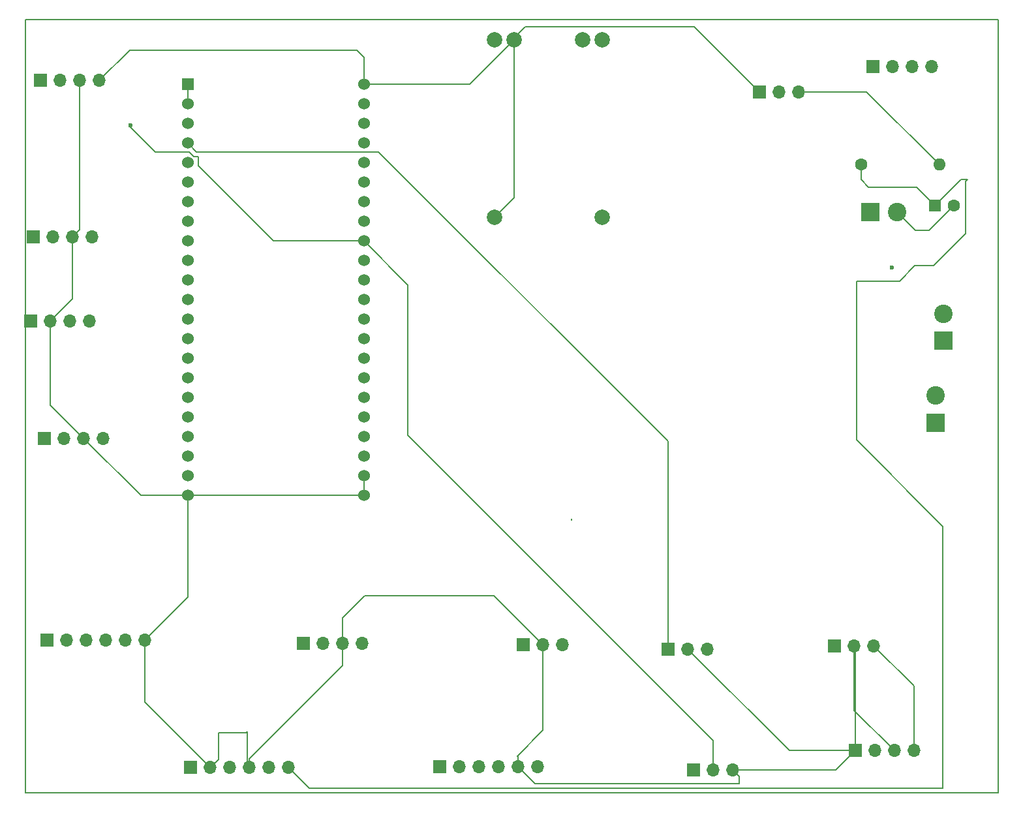
<source format=gbr>
%TF.GenerationSoftware,KiCad,Pcbnew,8.0.4*%
%TF.CreationDate,2025-03-08T14:23:22+05:30*%
%TF.ProjectId,CODE GREEN,434f4445-2047-4524-9545-4e2e6b696361,rev?*%
%TF.SameCoordinates,Original*%
%TF.FileFunction,Copper,L1,Top*%
%TF.FilePolarity,Positive*%
%FSLAX46Y46*%
G04 Gerber Fmt 4.6, Leading zero omitted, Abs format (unit mm)*
G04 Created by KiCad (PCBNEW 8.0.4) date 2025-03-08 14:23:22*
%MOMM*%
%LPD*%
G01*
G04 APERTURE LIST*
%TA.AperFunction,Conductor*%
%ADD10C,0.200000*%
%TD*%
%TA.AperFunction,ComponentPad*%
%ADD11R,1.700000X1.700000*%
%TD*%
%TA.AperFunction,ComponentPad*%
%ADD12O,1.700000X1.700000*%
%TD*%
%TA.AperFunction,ComponentPad*%
%ADD13R,1.600000X1.600000*%
%TD*%
%TA.AperFunction,ComponentPad*%
%ADD14C,1.600000*%
%TD*%
%TA.AperFunction,ComponentPad*%
%ADD15C,2.000000*%
%TD*%
%TA.AperFunction,ComponentPad*%
%ADD16R,2.400000X2.400000*%
%TD*%
%TA.AperFunction,ComponentPad*%
%ADD17C,2.400000*%
%TD*%
%TA.AperFunction,ComponentPad*%
%ADD18O,1.600000X1.600000*%
%TD*%
%TA.AperFunction,ComponentPad*%
%ADD19C,1.530000*%
%TD*%
%TA.AperFunction,ComponentPad*%
%ADD20R,1.530000X1.530000*%
%TD*%
%TA.AperFunction,ViaPad*%
%ADD21C,0.600000*%
%TD*%
G04 APERTURE END LIST*
%TO.N,SIGNAL 3*%
D10*
X31612800Y-24079200D02*
X157800000Y-24079200D01*
X157800000Y-124383800D01*
X31612800Y-124383800D01*
X31612800Y-24079200D01*
%TD*%
D11*
%TO.P,J2,1*%
%TO.N,GND1*%
X139268200Y-118897400D03*
D12*
%TO.P,J2,2*%
%TO.N,Net-(J19-Pad1)*%
X141808200Y-118897400D03*
%TO.P,J2,3*%
%TO.N,GND1*%
X144348200Y-118897400D03*
%TO.P,J2,4*%
%TO.N,+5V*%
X146888200Y-118897400D03*
%TD*%
D13*
%TO.P,C1,1*%
%TO.N,Net-(C1-Pad1)*%
X149590975Y-48157800D03*
D14*
%TO.P,C1,2*%
%TO.N,GND1*%
X152090975Y-48157800D03*
%TD*%
D15*
%TO.P,U2,1,B-*%
%TO.N,GND1*%
X92456000Y-49657000D03*
%TO.P,U2,2,B+*%
%TO.N,Net-(U2-B+)*%
X106456000Y-49657000D03*
%TO.P,U2,3,IN-*%
%TO.N,unconnected-(U2-IN--Pad3)*%
X92456000Y-26657000D03*
%TO.P,U2,4,IN+*%
%TO.N,unconnected-(U2-IN+-Pad4)*%
X106456000Y-26657000D03*
%TO.P,U2,5,OUT-*%
%TO.N,GND1*%
X94996000Y-26657000D03*
%TO.P,U2,6,OUT+*%
%TO.N,Net-(U2-OUT+)*%
X103916000Y-26657000D03*
%TD*%
D16*
%TO.P,J18,1*%
%TO.N,Net-(U2-B+)*%
X149718800Y-76349800D03*
D17*
%TO.P,J18,2*%
%TO.N,GND1*%
X149718800Y-72849800D03*
%TD*%
D14*
%TO.P,R1,1*%
%TO.N,Net-(C1-Pad1)*%
X140001200Y-42857800D03*
D18*
%TO.P,R1,2*%
%TO.N,+5V*%
X150161200Y-42857800D03*
%TD*%
D11*
%TO.P,J17,1*%
%TO.N,unconnected-(J17-Pad1)*%
X34391600Y-104546400D03*
D12*
%TO.P,J17,2*%
%TO.N,unconnected-(J17-Pad2)*%
X36931600Y-104546400D03*
%TO.P,J17,3*%
%TO.N,SCL*%
X39471600Y-104546400D03*
%TO.P,J17,4*%
%TO.N,SDA*%
X42011600Y-104546400D03*
%TO.P,J17,5*%
%TO.N,+5V*%
X44551600Y-104546400D03*
%TO.P,J17,6*%
%TO.N,GND1*%
X47091600Y-104546400D03*
%TD*%
D11*
%TO.P,J8,1*%
%TO.N,SCL*%
X141589600Y-30124800D03*
D12*
%TO.P,J8,2*%
%TO.N,SDA*%
X144129600Y-30124800D03*
%TO.P,J8,3*%
%TO.N,GND1*%
X146669600Y-30124800D03*
%TO.P,J8,4*%
%TO.N,+3.3V*%
X149209600Y-30124800D03*
%TD*%
D11*
%TO.P,J5,1*%
%TO.N,Net-(C1-Pad1)*%
X53035600Y-121106800D03*
D12*
%TO.P,J5,2*%
%TO.N,GND1*%
X55575600Y-121106800D03*
%TO.P,J5,3*%
%TO.N,SIGNAL 9*%
X58115600Y-121106800D03*
%TO.P,J5,4*%
%TO.N,GND1*%
X60655600Y-121106800D03*
%TO.P,J5,5*%
%TO.N,SIGNAL 10*%
X63195600Y-121106800D03*
%TO.P,J5,6*%
%TO.N,Net-(C1-Pad1)*%
X65735600Y-121106800D03*
%TD*%
D11*
%TO.P,J15,1*%
%TO.N,unconnected-(J15-Pad1)*%
X32613600Y-52273200D03*
D12*
%TO.P,J15,2*%
%TO.N,SIGNAL 7*%
X35153600Y-52273200D03*
%TO.P,J15,3*%
%TO.N,GND1*%
X37693600Y-52273200D03*
%TO.P,J15,4*%
%TO.N,+5V*%
X40233600Y-52273200D03*
%TD*%
D11*
%TO.P,J14,1*%
%TO.N,SIGNAL 8*%
X136601600Y-105308000D03*
D12*
%TO.P,J14,2*%
%TO.N,GND1*%
X139141600Y-105308000D03*
%TO.P,J14,3*%
%TO.N,+5V*%
X141681600Y-105308000D03*
%TD*%
D11*
%TO.P,J7,1*%
%TO.N,SIGNAL 3*%
X32283400Y-63144400D03*
D12*
%TO.P,J7,2*%
%TO.N,GND1*%
X34823400Y-63144400D03*
%TO.P,J7,3*%
%TO.N,+5V*%
X37363400Y-63144400D03*
%TO.P,J7,4*%
%TO.N,unconnected-(J7-Pad4)*%
X39903400Y-63144400D03*
%TD*%
D11*
%TO.P,J6,1*%
%TO.N,SIGNAL 4*%
X96190200Y-105155600D03*
D12*
%TO.P,J6,2*%
%TO.N,GND1*%
X98730200Y-105155600D03*
%TO.P,J6,3*%
%TO.N,+5V*%
X101270200Y-105155600D03*
%TD*%
D11*
%TO.P,J11,1*%
%TO.N,SIGNAL 12*%
X33553400Y-31927800D03*
D12*
%TO.P,J11,2*%
%TO.N,SIGNAL 11*%
X36093400Y-31927800D03*
%TO.P,J11,3*%
%TO.N,GND1*%
X38633400Y-31927800D03*
%TO.P,J11,4*%
X41173400Y-31927800D03*
%TD*%
D11*
%TO.P,J4,1*%
%TO.N,unconnected-(J4-Pad1)*%
X85344400Y-120979800D03*
D12*
%TO.P,J4,2*%
%TO.N,unconnected-(J4-Pad2)*%
X87884400Y-120979800D03*
%TO.P,J4,3*%
%TO.N,SDL*%
X90424400Y-120979800D03*
%TO.P,J4,4*%
%TO.N,SCA*%
X92964400Y-120979800D03*
%TO.P,J4,5*%
%TO.N,GND1*%
X95504400Y-120979800D03*
%TO.P,J4,6*%
%TO.N,+5V*%
X98044400Y-120979800D03*
%TD*%
D16*
%TO.P,J10,1*%
%TO.N,Net-(U2-OUT+)*%
X150723600Y-65730000D03*
D17*
%TO.P,J10,2*%
%TO.N,GND1*%
X150723600Y-62230000D03*
%TD*%
D16*
%TO.P,J19,1*%
%TO.N,Net-(J19-Pad1)*%
X141201200Y-49007800D03*
D17*
%TO.P,J19,2*%
%TO.N,GND1*%
X144701200Y-49007800D03*
%TD*%
D11*
%TO.P,J13,1*%
%TO.N,SIGNAL 5*%
X114975800Y-105714800D03*
D12*
%TO.P,J13,2*%
%TO.N,GND1*%
X117515800Y-105714800D03*
%TO.P,J13,3*%
%TO.N,+5V*%
X120055800Y-105714800D03*
%TD*%
D11*
%TO.P,J12,1*%
%TO.N,GND1*%
X126796800Y-33398400D03*
D12*
%TO.P,J12,2*%
%TO.N,SIGNAL 6*%
X129336800Y-33398400D03*
%TO.P,J12,3*%
%TO.N,+5V*%
X131876800Y-33398400D03*
%TD*%
D11*
%TO.P,J16,1*%
%TO.N,+5V*%
X118288200Y-121411600D03*
D12*
%TO.P,J16,2*%
%TO.N,SIGNAL 12*%
X120828200Y-121411600D03*
%TO.P,J16,3*%
%TO.N,GND1*%
X123368200Y-121411600D03*
%TD*%
D11*
%TO.P,J3,1*%
%TO.N,unconnected-(J3-Pad1)*%
X34036000Y-78384400D03*
D12*
%TO.P,J3,2*%
%TO.N,+5V*%
X36576000Y-78384400D03*
%TO.P,J3,3*%
%TO.N,GND1*%
X39116000Y-78384400D03*
%TO.P,J3,4*%
%TO.N,SIGNAL 1*%
X41656000Y-78384400D03*
%TD*%
D11*
%TO.P,J1,1*%
%TO.N,unconnected-(J1-Pad1)*%
X67666000Y-105003200D03*
D12*
%TO.P,J1,2*%
%TO.N,SIGNAL 2*%
X70206000Y-105003200D03*
%TO.P,J1,3*%
%TO.N,GND1*%
X72746000Y-105003200D03*
%TO.P,J1,4*%
%TO.N,+5V*%
X75286000Y-105003200D03*
%TD*%
D19*
%TO.P,U1,J3_22,GND__3*%
%TO.N,GND1*%
X75514200Y-85801200D03*
%TO.P,U1,J3_21,GND__2*%
X75514200Y-83261200D03*
%TO.P,U1,J3_20,USB_D-/GPIO19*%
%TO.N,unconnected-(U1-USB_D-{slash}GPIO19-PadJ3_20)*%
X75514200Y-80721200D03*
%TO.P,U1,J3_19,USB_D+/GPIO20*%
%TO.N,unconnected-(U1-USB_D+{slash}GPIO20-PadJ3_19)*%
X75514200Y-78181200D03*
%TO.P,U1,J3_18,GPIO21*%
%TO.N,SCL*%
X75514200Y-75641200D03*
%TO.P,U1,J3_17,GPIO47*%
%TO.N,unconnected-(U1-GPIO47-PadJ3_17)*%
X75514200Y-73101200D03*
%TO.P,U1,J3_16,GPIO48*%
%TO.N,unconnected-(U1-GPIO48-PadJ3_16)*%
X75514200Y-70561200D03*
%TO.P,U1,J3_15,GPIO45*%
%TO.N,unconnected-(U1-GPIO45-PadJ3_15)*%
X75514200Y-68021200D03*
%TO.P,U1,J3_14,GPIO0*%
%TO.N,SIGNAL2*%
X75514200Y-65481200D03*
%TO.P,U1,J3_13,GPIO35*%
%TO.N,SIGNAL 10*%
X75514200Y-62941200D03*
%TO.P,U1,J3_12,GPIO36*%
%TO.N,SIGNAL 9*%
X75514200Y-60401200D03*
%TO.P,U1,J3_11,GPIO37*%
%TO.N,SIGNAL 11*%
X75514200Y-57861200D03*
%TO.P,U1,J3_10,GPIO38*%
%TO.N,unconnected-(U1-GPIO38-PadJ3_10)*%
X75514200Y-55321200D03*
%TO.P,U1,J3_9,MTCK/GPIO39*%
%TO.N,SIGNAL 12*%
X75514200Y-52781200D03*
%TO.P,U1,J3_8,MTDO/GPIO40*%
%TO.N,unconnected-(U1-MTDO{slash}GPIO40-PadJ3_8)*%
X75514200Y-50241200D03*
%TO.P,U1,J3_7,MTDI/GPIO41*%
%TO.N,unconnected-(U1-MTDI{slash}GPIO41-PadJ3_7)*%
X75514200Y-47701200D03*
%TO.P,U1,J3_6,MTMS/GPIO42*%
%TO.N,unconnected-(U1-MTMS{slash}GPIO42-PadJ3_6)*%
X75514200Y-45161200D03*
%TO.P,U1,J3_5,GPIO2*%
%TO.N,SIGNAL 3*%
X75514200Y-42621200D03*
%TO.P,U1,J3_4,GPIO1*%
%TO.N,SIGNAL1*%
X75514200Y-40081200D03*
%TO.P,U1,J3_3,U0RXD/GPIO44*%
%TO.N,unconnected-(U1-U0RXD{slash}GPIO44-PadJ3_3)*%
X75514200Y-37541200D03*
%TO.P,U1,J3_2,U0TXD/GPIO43*%
%TO.N,unconnected-(U1-U0TXD{slash}GPIO43-PadJ3_2)*%
X75514200Y-35001200D03*
%TO.P,U1,J3_1,GND__1*%
%TO.N,GND1*%
X75514200Y-32461200D03*
%TO.P,U1,J1_22,GND*%
X52654200Y-85801200D03*
%TO.P,U1,J1_21,5V0*%
%TO.N,+5V*%
X52654200Y-83261200D03*
%TO.P,U1,J1_20,GPIO14*%
%TO.N,unconnected-(U1-GPIO14-PadJ1_20)*%
X52654200Y-80721200D03*
%TO.P,U1,J1_19,GPIO13*%
%TO.N,unconnected-(U1-GPIO13-PadJ1_19)*%
X52654200Y-78181200D03*
%TO.P,U1,J1_18,GPIO12*%
%TO.N,unconnected-(U1-GPIO12-PadJ1_18)*%
X52654200Y-75641200D03*
%TO.P,U1,J1_17,GPIO11*%
%TO.N,unconnected-(U1-GPIO11-PadJ1_17)*%
X52654200Y-73101200D03*
%TO.P,U1,J1_16,GPIO10*%
%TO.N,unconnected-(U1-GPIO10-PadJ1_16)*%
X52654200Y-70561200D03*
%TO.P,U1,J1_15,GPIO9*%
%TO.N,unconnected-(U1-GPIO9-PadJ1_15)*%
X52654200Y-68021200D03*
%TO.P,U1,J1_14,GPIO46*%
%TO.N,unconnected-(U1-GPIO46-PadJ1_14)*%
X52654200Y-65481200D03*
%TO.P,U1,J1_13,GPIO3*%
%TO.N,SIGNAL 4*%
X52654200Y-62941200D03*
%TO.P,U1,J1_12,GPIO8*%
%TO.N,unconnected-(U1-GPIO8-PadJ1_12)*%
X52654200Y-60401200D03*
%TO.P,U1,J1_11,GPIO18*%
%TO.N,SDA*%
X52654200Y-57861200D03*
%TO.P,U1,J1_10,GPIO17*%
%TO.N,unconnected-(U1-GPIO17-PadJ1_10)*%
X52654200Y-55321200D03*
%TO.P,U1,J1_9,GPIO16*%
%TO.N,unconnected-(U1-GPIO16-PadJ1_9)*%
X52654200Y-52781200D03*
%TO.P,U1,J1_8,GPIO15*%
%TO.N,unconnected-(U1-GPIO15-PadJ1_8)*%
X52654200Y-50241200D03*
%TO.P,U1,J1_7,GPIO7*%
%TO.N,SIGNAL 8*%
X52654200Y-47701200D03*
%TO.P,U1,J1_6,GPIO6*%
%TO.N,SIGNAL 7*%
X52654200Y-45161200D03*
%TO.P,U1,J1_5,GPIO5*%
%TO.N,SIGNAL 6*%
X52654200Y-42621200D03*
%TO.P,U1,J1_4,GPIO4*%
%TO.N,SIGNAL 5*%
X52654200Y-40081200D03*
%TO.P,U1,J1_3,RST*%
%TO.N,unconnected-(U1-RST-PadJ1_3)*%
X52654200Y-37541200D03*
%TO.P,U1,J1_2,3V3__1*%
%TO.N,+3.3V*%
X52654200Y-35001200D03*
D20*
%TO.P,U1,J1_1,3V3*%
X52654200Y-32461200D03*
%TD*%
D21*
%TO.N,Net-(J19-Pad1)*%
X144000000Y-56200000D03*
%TO.N,SIGNAL 12*%
X45200000Y-37800000D03*
%TD*%
D10*
%TO.N,*%
X102400000Y-88800000D02*
X102400000Y-89000000D01*
%TO.N,+5V*%
X140701800Y-33398400D02*
X150161200Y-42857800D01*
X131876800Y-33398400D02*
X140701800Y-33398400D01*
%TO.N,SIGNAL 12*%
X45000000Y-37800000D02*
X45000000Y-37800000D01*
X45200000Y-37800000D02*
X45000000Y-37800000D01*
X45200000Y-38000000D02*
X45200000Y-37800000D01*
X52800000Y-41200000D02*
X48400000Y-41200000D01*
X54000000Y-43000000D02*
X54000000Y-41800000D01*
X55600000Y-44600000D02*
X54000000Y-43000000D01*
X54000000Y-41800000D02*
X53400000Y-41800000D01*
X53400000Y-41800000D02*
X52800000Y-41200000D01*
X63781200Y-52781200D02*
X55600000Y-44600000D01*
X75514200Y-52781200D02*
X63781200Y-52781200D01*
X81200000Y-58400000D02*
X81133000Y-58400000D01*
X81200000Y-78000000D02*
X81200000Y-58400000D01*
X120828200Y-117628200D02*
X81200000Y-78000000D01*
X120828200Y-121411600D02*
X120828200Y-117628200D01*
X81133000Y-58400000D02*
X75514200Y-52781200D01*
%TO.N,+5V*%
X146888200Y-110514600D02*
X141681600Y-105308000D01*
X146888200Y-118897400D02*
X146888200Y-110514600D01*
%TO.N,GND1*%
X75514200Y-32461200D02*
X89191800Y-32461200D01*
X89191800Y-32461200D02*
X94996000Y-26657000D01*
X94996000Y-26657000D02*
X94996000Y-47117000D01*
X94996000Y-47117000D02*
X92456000Y-49657000D01*
X118398400Y-25000000D02*
X96400000Y-25000000D01*
X126796800Y-33398400D02*
X118398400Y-25000000D01*
X96400000Y-25000000D02*
X94996000Y-26404000D01*
X94996000Y-26404000D02*
X94996000Y-26657000D01*
%TO.N,Net-(C1-Pad1)*%
X152948775Y-44800000D02*
X149590975Y-48157800D01*
X153800000Y-44800000D02*
X152948775Y-44800000D01*
X153600000Y-51800000D02*
X153600000Y-45000000D01*
X153600000Y-45000000D02*
X153800000Y-44800000D01*
X149400000Y-56000000D02*
X153600000Y-51800000D01*
X147000000Y-56000000D02*
X149400000Y-56000000D01*
X145000000Y-58000000D02*
X147000000Y-56000000D01*
X139400000Y-58000000D02*
X145000000Y-58000000D01*
X139400000Y-78600000D02*
X139400000Y-58000000D01*
X150600000Y-89800000D02*
X139400000Y-78600000D01*
X150600000Y-123800000D02*
X150600000Y-89800000D01*
X68428800Y-123800000D02*
X150600000Y-123800000D01*
X65735600Y-121106800D02*
X68428800Y-123800000D01*
X141000000Y-45800000D02*
X140001200Y-44801200D01*
X147200000Y-45800000D02*
X141000000Y-45800000D01*
X149557800Y-48157800D02*
X147200000Y-45800000D01*
X149590975Y-48157800D02*
X149557800Y-48157800D01*
X140001200Y-44801200D02*
X140001200Y-42857800D01*
%TO.N,GND1*%
X148848775Y-51400000D02*
X147093400Y-51400000D01*
X152090975Y-48157800D02*
X148848775Y-51400000D01*
X147093400Y-51400000D02*
X144701200Y-49007800D01*
%TO.N,+3.3V*%
X52654200Y-32461200D02*
X52654200Y-35001200D01*
%TO.N,SIGNAL 5*%
X77400000Y-41200000D02*
X53773000Y-41200000D01*
X114975800Y-78775800D02*
X77400000Y-41200000D01*
X114975800Y-105714800D02*
X114975800Y-78775800D01*
X53773000Y-41200000D02*
X52654200Y-40081200D01*
%TO.N,GND1*%
X139141600Y-113690800D02*
X144348200Y-118897400D01*
X139141600Y-105308000D02*
X139141600Y-113690800D01*
X139268200Y-105434600D02*
X139141600Y-105308000D01*
X139268200Y-118897400D02*
X139268200Y-105434600D01*
X130698400Y-118897400D02*
X117515800Y-105714800D01*
X139268200Y-118897400D02*
X130698400Y-118897400D01*
X136754000Y-121411600D02*
X139268200Y-118897400D01*
X123368200Y-121411600D02*
X136754000Y-121411600D01*
X124200000Y-122243400D02*
X123368200Y-121411600D01*
X124200000Y-123200000D02*
X124200000Y-122243400D01*
X97724600Y-123200000D02*
X124200000Y-123200000D01*
X95504400Y-120979800D02*
X97724600Y-123200000D01*
X95400000Y-119600000D02*
X95504400Y-119704400D01*
X95504400Y-119704400D02*
X95504400Y-120979800D01*
X98730200Y-116269800D02*
X95400000Y-119600000D01*
X98730200Y-105155600D02*
X98730200Y-116269800D01*
X92374600Y-98800000D02*
X98730200Y-105155600D01*
X75600000Y-98800000D02*
X92374600Y-98800000D01*
X72746000Y-101654000D02*
X75600000Y-98800000D01*
X72746000Y-105003200D02*
X72746000Y-101654000D01*
X72746000Y-107854000D02*
X72746000Y-105003200D01*
X60655600Y-119944400D02*
X72746000Y-107854000D01*
X60655600Y-121106800D02*
X60655600Y-119944400D01*
X60200000Y-116600000D02*
X60400000Y-116400000D01*
X60400000Y-116400000D02*
X60400000Y-120851200D01*
X60400000Y-120851200D02*
X60655600Y-121106800D01*
X56600000Y-116600000D02*
X60200000Y-116600000D01*
X56600000Y-120082400D02*
X56600000Y-116600000D01*
X55575600Y-121106800D02*
X56600000Y-120082400D01*
X47091600Y-112622800D02*
X55575600Y-121106800D01*
X47091600Y-104546400D02*
X47091600Y-112622800D01*
X74600000Y-28000000D02*
X75514200Y-28914200D01*
X37693600Y-52273200D02*
X37693600Y-60274200D01*
X52654200Y-85801200D02*
X52654200Y-98983800D01*
X39116000Y-78384400D02*
X46532800Y-85801200D01*
X34823400Y-63144400D02*
X34823400Y-74091800D01*
X75514200Y-83261200D02*
X75514200Y-85801200D01*
X52654200Y-85801200D02*
X75514200Y-85801200D01*
X37693600Y-60274200D02*
X34823400Y-63144400D01*
X45101200Y-28000000D02*
X74600000Y-28000000D01*
X41173400Y-31927800D02*
X45101200Y-28000000D01*
X38633400Y-51333400D02*
X37693600Y-52273200D01*
X34823400Y-74091800D02*
X39116000Y-78384400D01*
X38633400Y-31927800D02*
X38633400Y-51333400D01*
X52654200Y-98983800D02*
X47091600Y-104546400D01*
X75514200Y-28914200D02*
X75514200Y-32461200D01*
X46532800Y-85801200D02*
X52654200Y-85801200D01*
%TO.N,SIGNAL 12*%
X48400000Y-41200000D02*
X45200000Y-38000000D01*
%TD*%
M02*

</source>
